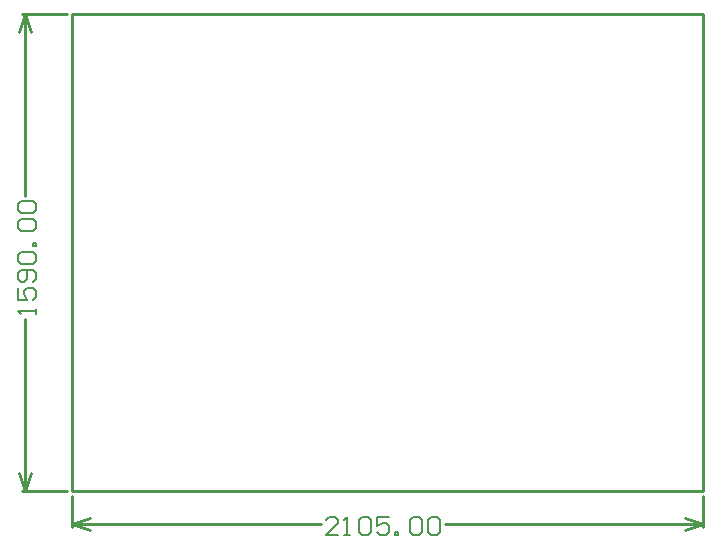
<source format=gm1>
G04*
G04 #@! TF.GenerationSoftware,Altium Limited,Altium Designer,19.0.12 (326)*
G04*
G04 Layer_Color=16711935*
%FSLAX25Y25*%
%MOIN*%
G70*
G01*
G75*
%ADD13C,0.01000*%
%ADD69C,0.00600*%
D13*
X210500Y-12000D02*
Y-1500D01*
X0Y-12000D02*
Y-1500D01*
X124244Y-11000D02*
X210500D01*
X0D02*
X83056D01*
X204500Y-9000D02*
X210500Y-11000D01*
X204500Y-13000D02*
X210500Y-11000D01*
X0D02*
X6000Y-13000D01*
X0Y-11000D02*
X6000Y-9000D01*
X-16500Y159000D02*
X-1500D01*
X-16500Y0D02*
X-1500D01*
X-15500Y98494D02*
Y159000D01*
Y0D02*
Y57306D01*
X-17500Y153000D02*
X-15500Y159000D01*
X-13500Y153000D01*
X-15500Y0D02*
X-13500Y6000D01*
X-17500D02*
X-15500Y0D01*
X500Y159000D02*
X210500D01*
X-0D02*
X0Y0D01*
X210500Y159000D02*
X210500Y0D01*
X0D02*
X210500D01*
D69*
X88655Y-14599D02*
X84656D01*
X88655Y-10600D01*
Y-9601D01*
X87655Y-8601D01*
X85656D01*
X84656Y-9601D01*
X90654Y-14599D02*
X92654D01*
X91654D01*
Y-8601D01*
X90654Y-9601D01*
X95653D02*
X96652Y-8601D01*
X98652D01*
X99651Y-9601D01*
Y-13599D01*
X98652Y-14599D01*
X96652D01*
X95653Y-13599D01*
Y-9601D01*
X105649Y-8601D02*
X101651D01*
Y-11600D01*
X103650Y-10600D01*
X104650D01*
X105649Y-11600D01*
Y-13599D01*
X104650Y-14599D01*
X102650D01*
X101651Y-13599D01*
X107649Y-14599D02*
Y-13599D01*
X108648D01*
Y-14599D01*
X107649D01*
X112647Y-9601D02*
X113647Y-8601D01*
X115646D01*
X116646Y-9601D01*
Y-13599D01*
X115646Y-14599D01*
X113647D01*
X112647Y-13599D01*
Y-9601D01*
X118645D02*
X119645Y-8601D01*
X121644D01*
X122644Y-9601D01*
Y-13599D01*
X121644Y-14599D01*
X119645D01*
X118645Y-13599D01*
Y-9601D01*
X-11901Y58906D02*
Y60905D01*
Y59906D01*
X-17899D01*
X-16899Y58906D01*
X-17899Y67903D02*
Y63905D01*
X-14900D01*
X-15900Y65904D01*
Y66904D01*
X-14900Y67903D01*
X-12901D01*
X-11901Y66904D01*
Y64904D01*
X-12901Y63905D01*
Y69903D02*
X-11901Y70902D01*
Y72902D01*
X-12901Y73901D01*
X-16899D01*
X-17899Y72902D01*
Y70902D01*
X-16899Y69903D01*
X-15900D01*
X-14900Y70902D01*
Y73901D01*
X-16899Y75901D02*
X-17899Y76900D01*
Y78900D01*
X-16899Y79899D01*
X-12901D01*
X-11901Y78900D01*
Y76900D01*
X-12901Y75901D01*
X-16899D01*
X-11901Y81899D02*
X-12901D01*
Y82898D01*
X-11901D01*
Y81899D01*
X-16899Y86897D02*
X-17899Y87897D01*
Y89896D01*
X-16899Y90896D01*
X-12901D01*
X-11901Y89896D01*
Y87897D01*
X-12901Y86897D01*
X-16899D01*
Y92895D02*
X-17899Y93895D01*
Y95894D01*
X-16899Y96894D01*
X-12901D01*
X-11901Y95894D01*
Y93895D01*
X-12901Y92895D01*
X-16899D01*
M02*

</source>
